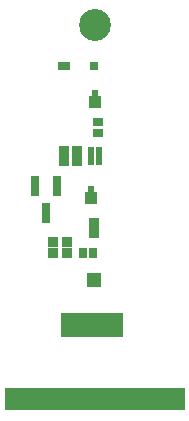
<source format=gts>
G04*
G04 #@! TF.GenerationSoftware,Altium Limited,Altium Designer,22.4.2 (48)*
G04*
G04 Layer_Color=8388736*
%FSLAX25Y25*%
%MOIN*%
G70*
G04*
G04 #@! TF.SameCoordinates,939BD4DC-2458-4117-AFF9-AB81820ED622*
G04*
G04*
G04 #@! TF.FilePolarity,Negative*
G04*
G01*
G75*
%ADD24R,0.60039X0.07677*%
%ADD25R,0.21063X0.08071*%
%ADD26R,0.04737X0.04737*%
%ADD27R,0.02769X0.02769*%
%ADD28R,0.04343X0.02769*%
%ADD29R,0.03241X0.03241*%
%ADD30R,0.03162X0.06706*%
%ADD31R,0.03162X0.03241*%
%ADD32R,0.02276X0.01981*%
%ADD33R,0.03241X0.03162*%
%ADD34R,0.02080X0.01863*%
%ADD35C,0.10642*%
D24*
X-295Y-124705D02*
D03*
D25*
X-1083Y-99902D02*
D03*
D26*
X-591Y-85039D02*
D03*
D27*
X-382Y-13500D02*
D03*
D28*
X-10618D02*
D03*
D29*
X-9500Y-75772D02*
D03*
Y-72228D02*
D03*
X-14000Y-75772D02*
D03*
Y-72228D02*
D03*
X-6000Y-41728D02*
D03*
Y-45272D02*
D03*
X-10500Y-41728D02*
D03*
Y-45272D02*
D03*
X-500Y-69272D02*
D03*
Y-65728D02*
D03*
D30*
X-12760Y-53472D02*
D03*
X-20240D02*
D03*
X-16500Y-62528D02*
D03*
D31*
X-689Y-76000D02*
D03*
X-4311D02*
D03*
D32*
X-1500Y-54500D02*
D03*
X-2630Y-56468D02*
D03*
Y-58437D02*
D03*
X-370D02*
D03*
Y-56468D02*
D03*
X-130Y-22532D02*
D03*
X-1260Y-24500D02*
D03*
Y-26469D02*
D03*
X1000D02*
D03*
Y-24500D02*
D03*
D33*
Y-32189D02*
D03*
Y-35811D02*
D03*
D34*
X1331Y-45469D02*
D03*
Y-43500D02*
D03*
Y-41532D02*
D03*
X-1331D02*
D03*
Y-43500D02*
D03*
Y-45469D02*
D03*
D35*
X0Y0D02*
D03*
M02*

</source>
